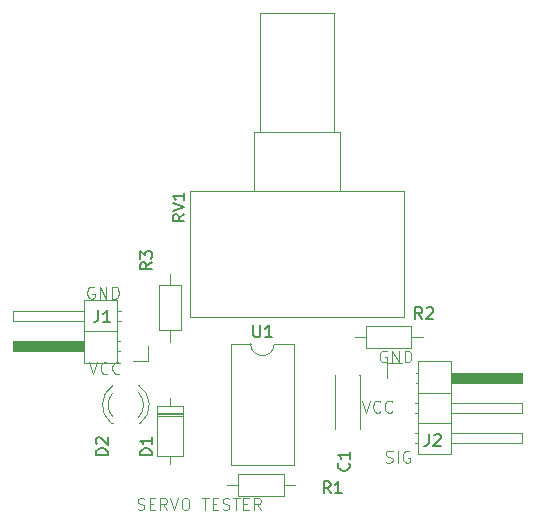
<source format=gbr>
%TF.GenerationSoftware,KiCad,Pcbnew,9.0.7*%
%TF.CreationDate,2026-01-30T20:24:23+05:30*%
%TF.ProjectId,Servo motor tester,53657276-6f20-46d6-9f74-6f7220746573,rev?*%
%TF.SameCoordinates,Original*%
%TF.FileFunction,Legend,Top*%
%TF.FilePolarity,Positive*%
%FSLAX46Y46*%
G04 Gerber Fmt 4.6, Leading zero omitted, Abs format (unit mm)*
G04 Created by KiCad (PCBNEW 9.0.7) date 2026-01-30 20:24:23*
%MOMM*%
%LPD*%
G01*
G04 APERTURE LIST*
%ADD10C,0.100000*%
%ADD11C,0.150000*%
%ADD12C,0.120000*%
G04 APERTURE END LIST*
D10*
X110312693Y-73275038D02*
X110217455Y-73227419D01*
X110217455Y-73227419D02*
X110074598Y-73227419D01*
X110074598Y-73227419D02*
X109931741Y-73275038D01*
X109931741Y-73275038D02*
X109836503Y-73370276D01*
X109836503Y-73370276D02*
X109788884Y-73465514D01*
X109788884Y-73465514D02*
X109741265Y-73655990D01*
X109741265Y-73655990D02*
X109741265Y-73798847D01*
X109741265Y-73798847D02*
X109788884Y-73989323D01*
X109788884Y-73989323D02*
X109836503Y-74084561D01*
X109836503Y-74084561D02*
X109931741Y-74179800D01*
X109931741Y-74179800D02*
X110074598Y-74227419D01*
X110074598Y-74227419D02*
X110169836Y-74227419D01*
X110169836Y-74227419D02*
X110312693Y-74179800D01*
X110312693Y-74179800D02*
X110360312Y-74132180D01*
X110360312Y-74132180D02*
X110360312Y-73798847D01*
X110360312Y-73798847D02*
X110169836Y-73798847D01*
X110788884Y-74227419D02*
X110788884Y-73227419D01*
X110788884Y-73227419D02*
X111360312Y-74227419D01*
X111360312Y-74227419D02*
X111360312Y-73227419D01*
X111836503Y-74227419D02*
X111836503Y-73227419D01*
X111836503Y-73227419D02*
X112074598Y-73227419D01*
X112074598Y-73227419D02*
X112217455Y-73275038D01*
X112217455Y-73275038D02*
X112312693Y-73370276D01*
X112312693Y-73370276D02*
X112360312Y-73465514D01*
X112360312Y-73465514D02*
X112407931Y-73655990D01*
X112407931Y-73655990D02*
X112407931Y-73798847D01*
X112407931Y-73798847D02*
X112360312Y-73989323D01*
X112360312Y-73989323D02*
X112312693Y-74084561D01*
X112312693Y-74084561D02*
X112217455Y-74179800D01*
X112217455Y-74179800D02*
X112074598Y-74227419D01*
X112074598Y-74227419D02*
X111836503Y-74227419D01*
X109911027Y-79622419D02*
X110244360Y-80622419D01*
X110244360Y-80622419D02*
X110577693Y-79622419D01*
X111482455Y-80527180D02*
X111434836Y-80574800D01*
X111434836Y-80574800D02*
X111291979Y-80622419D01*
X111291979Y-80622419D02*
X111196741Y-80622419D01*
X111196741Y-80622419D02*
X111053884Y-80574800D01*
X111053884Y-80574800D02*
X110958646Y-80479561D01*
X110958646Y-80479561D02*
X110911027Y-80384323D01*
X110911027Y-80384323D02*
X110863408Y-80193847D01*
X110863408Y-80193847D02*
X110863408Y-80050990D01*
X110863408Y-80050990D02*
X110911027Y-79860514D01*
X110911027Y-79860514D02*
X110958646Y-79765276D01*
X110958646Y-79765276D02*
X111053884Y-79670038D01*
X111053884Y-79670038D02*
X111196741Y-79622419D01*
X111196741Y-79622419D02*
X111291979Y-79622419D01*
X111291979Y-79622419D02*
X111434836Y-79670038D01*
X111434836Y-79670038D02*
X111482455Y-79717657D01*
X112482455Y-80527180D02*
X112434836Y-80574800D01*
X112434836Y-80574800D02*
X112291979Y-80622419D01*
X112291979Y-80622419D02*
X112196741Y-80622419D01*
X112196741Y-80622419D02*
X112053884Y-80574800D01*
X112053884Y-80574800D02*
X111958646Y-80479561D01*
X111958646Y-80479561D02*
X111911027Y-80384323D01*
X111911027Y-80384323D02*
X111863408Y-80193847D01*
X111863408Y-80193847D02*
X111863408Y-80050990D01*
X111863408Y-80050990D02*
X111911027Y-79860514D01*
X111911027Y-79860514D02*
X111958646Y-79765276D01*
X111958646Y-79765276D02*
X112053884Y-79670038D01*
X112053884Y-79670038D02*
X112196741Y-79622419D01*
X112196741Y-79622419D02*
X112291979Y-79622419D01*
X112291979Y-79622419D02*
X112434836Y-79670038D01*
X112434836Y-79670038D02*
X112482455Y-79717657D01*
X135077693Y-78670038D02*
X134982455Y-78622419D01*
X134982455Y-78622419D02*
X134839598Y-78622419D01*
X134839598Y-78622419D02*
X134696741Y-78670038D01*
X134696741Y-78670038D02*
X134601503Y-78765276D01*
X134601503Y-78765276D02*
X134553884Y-78860514D01*
X134553884Y-78860514D02*
X134506265Y-79050990D01*
X134506265Y-79050990D02*
X134506265Y-79193847D01*
X134506265Y-79193847D02*
X134553884Y-79384323D01*
X134553884Y-79384323D02*
X134601503Y-79479561D01*
X134601503Y-79479561D02*
X134696741Y-79574800D01*
X134696741Y-79574800D02*
X134839598Y-79622419D01*
X134839598Y-79622419D02*
X134934836Y-79622419D01*
X134934836Y-79622419D02*
X135077693Y-79574800D01*
X135077693Y-79574800D02*
X135125312Y-79527180D01*
X135125312Y-79527180D02*
X135125312Y-79193847D01*
X135125312Y-79193847D02*
X134934836Y-79193847D01*
X135553884Y-79622419D02*
X135553884Y-78622419D01*
X135553884Y-78622419D02*
X136125312Y-79622419D01*
X136125312Y-79622419D02*
X136125312Y-78622419D01*
X136601503Y-79622419D02*
X136601503Y-78622419D01*
X136601503Y-78622419D02*
X136839598Y-78622419D01*
X136839598Y-78622419D02*
X136982455Y-78670038D01*
X136982455Y-78670038D02*
X137077693Y-78765276D01*
X137077693Y-78765276D02*
X137125312Y-78860514D01*
X137125312Y-78860514D02*
X137172931Y-79050990D01*
X137172931Y-79050990D02*
X137172931Y-79193847D01*
X137172931Y-79193847D02*
X137125312Y-79384323D01*
X137125312Y-79384323D02*
X137077693Y-79479561D01*
X137077693Y-79479561D02*
X136982455Y-79574800D01*
X136982455Y-79574800D02*
X136839598Y-79622419D01*
X136839598Y-79622419D02*
X136601503Y-79622419D01*
X132981027Y-82872419D02*
X133314360Y-83872419D01*
X133314360Y-83872419D02*
X133647693Y-82872419D01*
X134552455Y-83777180D02*
X134504836Y-83824800D01*
X134504836Y-83824800D02*
X134361979Y-83872419D01*
X134361979Y-83872419D02*
X134266741Y-83872419D01*
X134266741Y-83872419D02*
X134123884Y-83824800D01*
X134123884Y-83824800D02*
X134028646Y-83729561D01*
X134028646Y-83729561D02*
X133981027Y-83634323D01*
X133981027Y-83634323D02*
X133933408Y-83443847D01*
X133933408Y-83443847D02*
X133933408Y-83300990D01*
X133933408Y-83300990D02*
X133981027Y-83110514D01*
X133981027Y-83110514D02*
X134028646Y-83015276D01*
X134028646Y-83015276D02*
X134123884Y-82920038D01*
X134123884Y-82920038D02*
X134266741Y-82872419D01*
X134266741Y-82872419D02*
X134361979Y-82872419D01*
X134361979Y-82872419D02*
X134504836Y-82920038D01*
X134504836Y-82920038D02*
X134552455Y-82967657D01*
X135552455Y-83777180D02*
X135504836Y-83824800D01*
X135504836Y-83824800D02*
X135361979Y-83872419D01*
X135361979Y-83872419D02*
X135266741Y-83872419D01*
X135266741Y-83872419D02*
X135123884Y-83824800D01*
X135123884Y-83824800D02*
X135028646Y-83729561D01*
X135028646Y-83729561D02*
X134981027Y-83634323D01*
X134981027Y-83634323D02*
X134933408Y-83443847D01*
X134933408Y-83443847D02*
X134933408Y-83300990D01*
X134933408Y-83300990D02*
X134981027Y-83110514D01*
X134981027Y-83110514D02*
X135028646Y-83015276D01*
X135028646Y-83015276D02*
X135123884Y-82920038D01*
X135123884Y-82920038D02*
X135266741Y-82872419D01*
X135266741Y-82872419D02*
X135361979Y-82872419D01*
X135361979Y-82872419D02*
X135504836Y-82920038D01*
X135504836Y-82920038D02*
X135552455Y-82967657D01*
X135006265Y-88074800D02*
X135149122Y-88122419D01*
X135149122Y-88122419D02*
X135387217Y-88122419D01*
X135387217Y-88122419D02*
X135482455Y-88074800D01*
X135482455Y-88074800D02*
X135530074Y-88027180D01*
X135530074Y-88027180D02*
X135577693Y-87931942D01*
X135577693Y-87931942D02*
X135577693Y-87836704D01*
X135577693Y-87836704D02*
X135530074Y-87741466D01*
X135530074Y-87741466D02*
X135482455Y-87693847D01*
X135482455Y-87693847D02*
X135387217Y-87646228D01*
X135387217Y-87646228D02*
X135196741Y-87598609D01*
X135196741Y-87598609D02*
X135101503Y-87550990D01*
X135101503Y-87550990D02*
X135053884Y-87503371D01*
X135053884Y-87503371D02*
X135006265Y-87408133D01*
X135006265Y-87408133D02*
X135006265Y-87312895D01*
X135006265Y-87312895D02*
X135053884Y-87217657D01*
X135053884Y-87217657D02*
X135101503Y-87170038D01*
X135101503Y-87170038D02*
X135196741Y-87122419D01*
X135196741Y-87122419D02*
X135434836Y-87122419D01*
X135434836Y-87122419D02*
X135577693Y-87170038D01*
X136006265Y-88122419D02*
X136006265Y-87122419D01*
X137006264Y-87170038D02*
X136911026Y-87122419D01*
X136911026Y-87122419D02*
X136768169Y-87122419D01*
X136768169Y-87122419D02*
X136625312Y-87170038D01*
X136625312Y-87170038D02*
X136530074Y-87265276D01*
X136530074Y-87265276D02*
X136482455Y-87360514D01*
X136482455Y-87360514D02*
X136434836Y-87550990D01*
X136434836Y-87550990D02*
X136434836Y-87693847D01*
X136434836Y-87693847D02*
X136482455Y-87884323D01*
X136482455Y-87884323D02*
X136530074Y-87979561D01*
X136530074Y-87979561D02*
X136625312Y-88074800D01*
X136625312Y-88074800D02*
X136768169Y-88122419D01*
X136768169Y-88122419D02*
X136863407Y-88122419D01*
X136863407Y-88122419D02*
X137006264Y-88074800D01*
X137006264Y-88074800D02*
X137053883Y-88027180D01*
X137053883Y-88027180D02*
X137053883Y-87693847D01*
X137053883Y-87693847D02*
X136863407Y-87693847D01*
X114006265Y-92074800D02*
X114149122Y-92122419D01*
X114149122Y-92122419D02*
X114387217Y-92122419D01*
X114387217Y-92122419D02*
X114482455Y-92074800D01*
X114482455Y-92074800D02*
X114530074Y-92027180D01*
X114530074Y-92027180D02*
X114577693Y-91931942D01*
X114577693Y-91931942D02*
X114577693Y-91836704D01*
X114577693Y-91836704D02*
X114530074Y-91741466D01*
X114530074Y-91741466D02*
X114482455Y-91693847D01*
X114482455Y-91693847D02*
X114387217Y-91646228D01*
X114387217Y-91646228D02*
X114196741Y-91598609D01*
X114196741Y-91598609D02*
X114101503Y-91550990D01*
X114101503Y-91550990D02*
X114053884Y-91503371D01*
X114053884Y-91503371D02*
X114006265Y-91408133D01*
X114006265Y-91408133D02*
X114006265Y-91312895D01*
X114006265Y-91312895D02*
X114053884Y-91217657D01*
X114053884Y-91217657D02*
X114101503Y-91170038D01*
X114101503Y-91170038D02*
X114196741Y-91122419D01*
X114196741Y-91122419D02*
X114434836Y-91122419D01*
X114434836Y-91122419D02*
X114577693Y-91170038D01*
X115006265Y-91598609D02*
X115339598Y-91598609D01*
X115482455Y-92122419D02*
X115006265Y-92122419D01*
X115006265Y-92122419D02*
X115006265Y-91122419D01*
X115006265Y-91122419D02*
X115482455Y-91122419D01*
X116482455Y-92122419D02*
X116149122Y-91646228D01*
X115911027Y-92122419D02*
X115911027Y-91122419D01*
X115911027Y-91122419D02*
X116291979Y-91122419D01*
X116291979Y-91122419D02*
X116387217Y-91170038D01*
X116387217Y-91170038D02*
X116434836Y-91217657D01*
X116434836Y-91217657D02*
X116482455Y-91312895D01*
X116482455Y-91312895D02*
X116482455Y-91455752D01*
X116482455Y-91455752D02*
X116434836Y-91550990D01*
X116434836Y-91550990D02*
X116387217Y-91598609D01*
X116387217Y-91598609D02*
X116291979Y-91646228D01*
X116291979Y-91646228D02*
X115911027Y-91646228D01*
X116768170Y-91122419D02*
X117101503Y-92122419D01*
X117101503Y-92122419D02*
X117434836Y-91122419D01*
X117958646Y-91122419D02*
X118149122Y-91122419D01*
X118149122Y-91122419D02*
X118244360Y-91170038D01*
X118244360Y-91170038D02*
X118339598Y-91265276D01*
X118339598Y-91265276D02*
X118387217Y-91455752D01*
X118387217Y-91455752D02*
X118387217Y-91789085D01*
X118387217Y-91789085D02*
X118339598Y-91979561D01*
X118339598Y-91979561D02*
X118244360Y-92074800D01*
X118244360Y-92074800D02*
X118149122Y-92122419D01*
X118149122Y-92122419D02*
X117958646Y-92122419D01*
X117958646Y-92122419D02*
X117863408Y-92074800D01*
X117863408Y-92074800D02*
X117768170Y-91979561D01*
X117768170Y-91979561D02*
X117720551Y-91789085D01*
X117720551Y-91789085D02*
X117720551Y-91455752D01*
X117720551Y-91455752D02*
X117768170Y-91265276D01*
X117768170Y-91265276D02*
X117863408Y-91170038D01*
X117863408Y-91170038D02*
X117958646Y-91122419D01*
X119434837Y-91122419D02*
X120006265Y-91122419D01*
X119720551Y-92122419D02*
X119720551Y-91122419D01*
X120339599Y-91598609D02*
X120672932Y-91598609D01*
X120815789Y-92122419D02*
X120339599Y-92122419D01*
X120339599Y-92122419D02*
X120339599Y-91122419D01*
X120339599Y-91122419D02*
X120815789Y-91122419D01*
X121196742Y-92074800D02*
X121339599Y-92122419D01*
X121339599Y-92122419D02*
X121577694Y-92122419D01*
X121577694Y-92122419D02*
X121672932Y-92074800D01*
X121672932Y-92074800D02*
X121720551Y-92027180D01*
X121720551Y-92027180D02*
X121768170Y-91931942D01*
X121768170Y-91931942D02*
X121768170Y-91836704D01*
X121768170Y-91836704D02*
X121720551Y-91741466D01*
X121720551Y-91741466D02*
X121672932Y-91693847D01*
X121672932Y-91693847D02*
X121577694Y-91646228D01*
X121577694Y-91646228D02*
X121387218Y-91598609D01*
X121387218Y-91598609D02*
X121291980Y-91550990D01*
X121291980Y-91550990D02*
X121244361Y-91503371D01*
X121244361Y-91503371D02*
X121196742Y-91408133D01*
X121196742Y-91408133D02*
X121196742Y-91312895D01*
X121196742Y-91312895D02*
X121244361Y-91217657D01*
X121244361Y-91217657D02*
X121291980Y-91170038D01*
X121291980Y-91170038D02*
X121387218Y-91122419D01*
X121387218Y-91122419D02*
X121625313Y-91122419D01*
X121625313Y-91122419D02*
X121768170Y-91170038D01*
X122053885Y-91122419D02*
X122625313Y-91122419D01*
X122339599Y-92122419D02*
X122339599Y-91122419D01*
X122958647Y-91598609D02*
X123291980Y-91598609D01*
X123434837Y-92122419D02*
X122958647Y-92122419D01*
X122958647Y-92122419D02*
X122958647Y-91122419D01*
X122958647Y-91122419D02*
X123434837Y-91122419D01*
X124434837Y-92122419D02*
X124101504Y-91646228D01*
X123863409Y-92122419D02*
X123863409Y-91122419D01*
X123863409Y-91122419D02*
X124244361Y-91122419D01*
X124244361Y-91122419D02*
X124339599Y-91170038D01*
X124339599Y-91170038D02*
X124387218Y-91217657D01*
X124387218Y-91217657D02*
X124434837Y-91312895D01*
X124434837Y-91312895D02*
X124434837Y-91455752D01*
X124434837Y-91455752D02*
X124387218Y-91550990D01*
X124387218Y-91550990D02*
X124339599Y-91598609D01*
X124339599Y-91598609D02*
X124244361Y-91646228D01*
X124244361Y-91646228D02*
X123863409Y-91646228D01*
D11*
X117954819Y-67095238D02*
X117478628Y-67428571D01*
X117954819Y-67666666D02*
X116954819Y-67666666D01*
X116954819Y-67666666D02*
X116954819Y-67285714D01*
X116954819Y-67285714D02*
X117002438Y-67190476D01*
X117002438Y-67190476D02*
X117050057Y-67142857D01*
X117050057Y-67142857D02*
X117145295Y-67095238D01*
X117145295Y-67095238D02*
X117288152Y-67095238D01*
X117288152Y-67095238D02*
X117383390Y-67142857D01*
X117383390Y-67142857D02*
X117431009Y-67190476D01*
X117431009Y-67190476D02*
X117478628Y-67285714D01*
X117478628Y-67285714D02*
X117478628Y-67666666D01*
X116954819Y-66809523D02*
X117954819Y-66476190D01*
X117954819Y-66476190D02*
X116954819Y-66142857D01*
X117954819Y-65285714D02*
X117954819Y-65857142D01*
X117954819Y-65571428D02*
X116954819Y-65571428D01*
X116954819Y-65571428D02*
X117097676Y-65666666D01*
X117097676Y-65666666D02*
X117192914Y-65761904D01*
X117192914Y-65761904D02*
X117240533Y-65857142D01*
X123798095Y-76504819D02*
X123798095Y-77314342D01*
X123798095Y-77314342D02*
X123845714Y-77409580D01*
X123845714Y-77409580D02*
X123893333Y-77457200D01*
X123893333Y-77457200D02*
X123988571Y-77504819D01*
X123988571Y-77504819D02*
X124179047Y-77504819D01*
X124179047Y-77504819D02*
X124274285Y-77457200D01*
X124274285Y-77457200D02*
X124321904Y-77409580D01*
X124321904Y-77409580D02*
X124369523Y-77314342D01*
X124369523Y-77314342D02*
X124369523Y-76504819D01*
X125369523Y-77504819D02*
X124798095Y-77504819D01*
X125083809Y-77504819D02*
X125083809Y-76504819D01*
X125083809Y-76504819D02*
X124988571Y-76647676D01*
X124988571Y-76647676D02*
X124893333Y-76742914D01*
X124893333Y-76742914D02*
X124798095Y-76790533D01*
X115204819Y-71166666D02*
X114728628Y-71499999D01*
X115204819Y-71738094D02*
X114204819Y-71738094D01*
X114204819Y-71738094D02*
X114204819Y-71357142D01*
X114204819Y-71357142D02*
X114252438Y-71261904D01*
X114252438Y-71261904D02*
X114300057Y-71214285D01*
X114300057Y-71214285D02*
X114395295Y-71166666D01*
X114395295Y-71166666D02*
X114538152Y-71166666D01*
X114538152Y-71166666D02*
X114633390Y-71214285D01*
X114633390Y-71214285D02*
X114681009Y-71261904D01*
X114681009Y-71261904D02*
X114728628Y-71357142D01*
X114728628Y-71357142D02*
X114728628Y-71738094D01*
X114204819Y-70833332D02*
X114204819Y-70214285D01*
X114204819Y-70214285D02*
X114585771Y-70547618D01*
X114585771Y-70547618D02*
X114585771Y-70404761D01*
X114585771Y-70404761D02*
X114633390Y-70309523D01*
X114633390Y-70309523D02*
X114681009Y-70261904D01*
X114681009Y-70261904D02*
X114776247Y-70214285D01*
X114776247Y-70214285D02*
X115014342Y-70214285D01*
X115014342Y-70214285D02*
X115109580Y-70261904D01*
X115109580Y-70261904D02*
X115157200Y-70309523D01*
X115157200Y-70309523D02*
X115204819Y-70404761D01*
X115204819Y-70404761D02*
X115204819Y-70690475D01*
X115204819Y-70690475D02*
X115157200Y-70785713D01*
X115157200Y-70785713D02*
X115109580Y-70833332D01*
X138083333Y-75954819D02*
X137750000Y-75478628D01*
X137511905Y-75954819D02*
X137511905Y-74954819D01*
X137511905Y-74954819D02*
X137892857Y-74954819D01*
X137892857Y-74954819D02*
X137988095Y-75002438D01*
X137988095Y-75002438D02*
X138035714Y-75050057D01*
X138035714Y-75050057D02*
X138083333Y-75145295D01*
X138083333Y-75145295D02*
X138083333Y-75288152D01*
X138083333Y-75288152D02*
X138035714Y-75383390D01*
X138035714Y-75383390D02*
X137988095Y-75431009D01*
X137988095Y-75431009D02*
X137892857Y-75478628D01*
X137892857Y-75478628D02*
X137511905Y-75478628D01*
X138464286Y-75050057D02*
X138511905Y-75002438D01*
X138511905Y-75002438D02*
X138607143Y-74954819D01*
X138607143Y-74954819D02*
X138845238Y-74954819D01*
X138845238Y-74954819D02*
X138940476Y-75002438D01*
X138940476Y-75002438D02*
X138988095Y-75050057D01*
X138988095Y-75050057D02*
X139035714Y-75145295D01*
X139035714Y-75145295D02*
X139035714Y-75240533D01*
X139035714Y-75240533D02*
X138988095Y-75383390D01*
X138988095Y-75383390D02*
X138416667Y-75954819D01*
X138416667Y-75954819D02*
X139035714Y-75954819D01*
X130333333Y-90704819D02*
X130000000Y-90228628D01*
X129761905Y-90704819D02*
X129761905Y-89704819D01*
X129761905Y-89704819D02*
X130142857Y-89704819D01*
X130142857Y-89704819D02*
X130238095Y-89752438D01*
X130238095Y-89752438D02*
X130285714Y-89800057D01*
X130285714Y-89800057D02*
X130333333Y-89895295D01*
X130333333Y-89895295D02*
X130333333Y-90038152D01*
X130333333Y-90038152D02*
X130285714Y-90133390D01*
X130285714Y-90133390D02*
X130238095Y-90181009D01*
X130238095Y-90181009D02*
X130142857Y-90228628D01*
X130142857Y-90228628D02*
X129761905Y-90228628D01*
X131285714Y-90704819D02*
X130714286Y-90704819D01*
X131000000Y-90704819D02*
X131000000Y-89704819D01*
X131000000Y-89704819D02*
X130904762Y-89847676D01*
X130904762Y-89847676D02*
X130809524Y-89942914D01*
X130809524Y-89942914D02*
X130714286Y-89990533D01*
X138666666Y-85704819D02*
X138666666Y-86419104D01*
X138666666Y-86419104D02*
X138619047Y-86561961D01*
X138619047Y-86561961D02*
X138523809Y-86657200D01*
X138523809Y-86657200D02*
X138380952Y-86704819D01*
X138380952Y-86704819D02*
X138285714Y-86704819D01*
X139095238Y-85800057D02*
X139142857Y-85752438D01*
X139142857Y-85752438D02*
X139238095Y-85704819D01*
X139238095Y-85704819D02*
X139476190Y-85704819D01*
X139476190Y-85704819D02*
X139571428Y-85752438D01*
X139571428Y-85752438D02*
X139619047Y-85800057D01*
X139619047Y-85800057D02*
X139666666Y-85895295D01*
X139666666Y-85895295D02*
X139666666Y-85990533D01*
X139666666Y-85990533D02*
X139619047Y-86133390D01*
X139619047Y-86133390D02*
X139047619Y-86704819D01*
X139047619Y-86704819D02*
X139666666Y-86704819D01*
X110666666Y-75204819D02*
X110666666Y-75919104D01*
X110666666Y-75919104D02*
X110619047Y-76061961D01*
X110619047Y-76061961D02*
X110523809Y-76157200D01*
X110523809Y-76157200D02*
X110380952Y-76204819D01*
X110380952Y-76204819D02*
X110285714Y-76204819D01*
X111666666Y-76204819D02*
X111095238Y-76204819D01*
X111380952Y-76204819D02*
X111380952Y-75204819D01*
X111380952Y-75204819D02*
X111285714Y-75347676D01*
X111285714Y-75347676D02*
X111190476Y-75442914D01*
X111190476Y-75442914D02*
X111095238Y-75490533D01*
X111454819Y-87488094D02*
X110454819Y-87488094D01*
X110454819Y-87488094D02*
X110454819Y-87249999D01*
X110454819Y-87249999D02*
X110502438Y-87107142D01*
X110502438Y-87107142D02*
X110597676Y-87011904D01*
X110597676Y-87011904D02*
X110692914Y-86964285D01*
X110692914Y-86964285D02*
X110883390Y-86916666D01*
X110883390Y-86916666D02*
X111026247Y-86916666D01*
X111026247Y-86916666D02*
X111216723Y-86964285D01*
X111216723Y-86964285D02*
X111311961Y-87011904D01*
X111311961Y-87011904D02*
X111407200Y-87107142D01*
X111407200Y-87107142D02*
X111454819Y-87249999D01*
X111454819Y-87249999D02*
X111454819Y-87488094D01*
X110550057Y-86535713D02*
X110502438Y-86488094D01*
X110502438Y-86488094D02*
X110454819Y-86392856D01*
X110454819Y-86392856D02*
X110454819Y-86154761D01*
X110454819Y-86154761D02*
X110502438Y-86059523D01*
X110502438Y-86059523D02*
X110550057Y-86011904D01*
X110550057Y-86011904D02*
X110645295Y-85964285D01*
X110645295Y-85964285D02*
X110740533Y-85964285D01*
X110740533Y-85964285D02*
X110883390Y-86011904D01*
X110883390Y-86011904D02*
X111454819Y-86583332D01*
X111454819Y-86583332D02*
X111454819Y-85964285D01*
X115204819Y-87488094D02*
X114204819Y-87488094D01*
X114204819Y-87488094D02*
X114204819Y-87249999D01*
X114204819Y-87249999D02*
X114252438Y-87107142D01*
X114252438Y-87107142D02*
X114347676Y-87011904D01*
X114347676Y-87011904D02*
X114442914Y-86964285D01*
X114442914Y-86964285D02*
X114633390Y-86916666D01*
X114633390Y-86916666D02*
X114776247Y-86916666D01*
X114776247Y-86916666D02*
X114966723Y-86964285D01*
X114966723Y-86964285D02*
X115061961Y-87011904D01*
X115061961Y-87011904D02*
X115157200Y-87107142D01*
X115157200Y-87107142D02*
X115204819Y-87249999D01*
X115204819Y-87249999D02*
X115204819Y-87488094D01*
X115204819Y-85964285D02*
X115204819Y-86535713D01*
X115204819Y-86249999D02*
X114204819Y-86249999D01*
X114204819Y-86249999D02*
X114347676Y-86345237D01*
X114347676Y-86345237D02*
X114442914Y-86440475D01*
X114442914Y-86440475D02*
X114490533Y-86535713D01*
X131859580Y-88166666D02*
X131907200Y-88214285D01*
X131907200Y-88214285D02*
X131954819Y-88357142D01*
X131954819Y-88357142D02*
X131954819Y-88452380D01*
X131954819Y-88452380D02*
X131907200Y-88595237D01*
X131907200Y-88595237D02*
X131811961Y-88690475D01*
X131811961Y-88690475D02*
X131716723Y-88738094D01*
X131716723Y-88738094D02*
X131526247Y-88785713D01*
X131526247Y-88785713D02*
X131383390Y-88785713D01*
X131383390Y-88785713D02*
X131192914Y-88738094D01*
X131192914Y-88738094D02*
X131097676Y-88690475D01*
X131097676Y-88690475D02*
X131002438Y-88595237D01*
X131002438Y-88595237D02*
X130954819Y-88452380D01*
X130954819Y-88452380D02*
X130954819Y-88357142D01*
X130954819Y-88357142D02*
X131002438Y-88214285D01*
X131002438Y-88214285D02*
X131050057Y-88166666D01*
X131954819Y-87214285D02*
X131954819Y-87785713D01*
X131954819Y-87499999D02*
X130954819Y-87499999D01*
X130954819Y-87499999D02*
X131097676Y-87595237D01*
X131097676Y-87595237D02*
X131192914Y-87690475D01*
X131192914Y-87690475D02*
X131240533Y-87785713D01*
D12*
%TO.C,RV1*%
X118430000Y-75820000D02*
X136570000Y-75820000D01*
X118430000Y-75820000D02*
X118430000Y-65080000D01*
X136570000Y-75820000D02*
X136570000Y-65080000D01*
X118430000Y-65080000D02*
X136570000Y-65080000D01*
X123880000Y-65080000D02*
X123880000Y-60080000D01*
X131120000Y-65080000D02*
X131120000Y-60080000D01*
X123880000Y-60080000D02*
X131120000Y-60080000D01*
X124380000Y-60080000D02*
X124380000Y-50080000D01*
X130620000Y-60080000D02*
X130620000Y-50080000D01*
X124380000Y-50080000D02*
X130620000Y-50080000D01*
%TO.C,U1*%
X121910000Y-78050000D02*
X121910000Y-88330000D01*
X121910000Y-88330000D02*
X127210000Y-88330000D01*
X123560000Y-78050000D02*
X121910000Y-78050000D01*
X127210000Y-78050000D02*
X125560000Y-78050000D01*
X127210000Y-88330000D02*
X127210000Y-78050000D01*
X125560000Y-78050000D02*
G75*
G02*
X123560000Y-78050000I-1000000J0D01*
G01*
%TO.C,R3*%
X117670000Y-73080000D02*
X115830000Y-73080000D01*
X115830000Y-76920000D01*
X117670000Y-76920000D01*
X117670000Y-73080000D01*
X116750000Y-77870000D02*
X116750000Y-76920000D01*
X116750000Y-72130000D02*
X116750000Y-73080000D01*
%TO.C,R2*%
X132380000Y-77500000D02*
X133330000Y-77500000D01*
X138120000Y-77500000D02*
X137170000Y-77500000D01*
X133330000Y-76580000D02*
X137170000Y-76580000D01*
X137170000Y-78420000D01*
X133330000Y-78420000D01*
X133330000Y-76580000D01*
%TO.C,R1*%
X121570000Y-90000000D02*
X122520000Y-90000000D01*
X127310000Y-90000000D02*
X126360000Y-90000000D01*
X122520000Y-89080000D02*
X126360000Y-89080000D01*
X126360000Y-90920000D01*
X122520000Y-90920000D01*
X122520000Y-89080000D01*
%TO.C,J2*%
X135095000Y-79650000D02*
X136365000Y-79650000D01*
X135095000Y-80920000D02*
X135095000Y-79650000D01*
X137442358Y-83030000D02*
X137755000Y-83030000D01*
X137442358Y-83890000D02*
X137755000Y-83890000D01*
X137442358Y-85570000D02*
X137755000Y-85570000D01*
X137442358Y-86430000D02*
X137755000Y-86430000D01*
X137525000Y-80490000D02*
X137755000Y-80490000D01*
X137525000Y-81350000D02*
X137755000Y-81350000D01*
X137755000Y-82190000D02*
X140515000Y-82190000D01*
X137755000Y-84730000D02*
X140515000Y-84730000D01*
X140515000Y-83030000D02*
X146515000Y-83030000D01*
X140515000Y-85570000D02*
X146515000Y-85570000D01*
X146515000Y-83030000D02*
X146515000Y-83890000D01*
X146515000Y-83890000D02*
X140515000Y-83890000D01*
X146515000Y-85570000D02*
X146515000Y-86430000D01*
X146515000Y-86430000D02*
X140515000Y-86430000D01*
X137755000Y-79540000D02*
X140515000Y-79540000D01*
X140515000Y-87380000D01*
X137755000Y-87380000D01*
X137755000Y-79540000D01*
X140515000Y-80490000D02*
X146515000Y-80490000D01*
X146515000Y-81350000D01*
X140515000Y-81350000D01*
X140515000Y-80490000D01*
G36*
X140515000Y-80490000D02*
G01*
X146515000Y-80490000D01*
X146515000Y-81350000D01*
X140515000Y-81350000D01*
X140515000Y-80490000D01*
G37*
%TO.C,J1*%
X114905000Y-79545000D02*
X113635000Y-79545000D01*
X114905000Y-78275000D02*
X114905000Y-79545000D01*
X112557642Y-76165000D02*
X112245000Y-76165000D01*
X112557642Y-75305000D02*
X112245000Y-75305000D01*
X112475000Y-78705000D02*
X112245000Y-78705000D01*
X112475000Y-77845000D02*
X112245000Y-77845000D01*
X112245000Y-77005000D02*
X109485000Y-77005000D01*
X109485000Y-76165000D02*
X103485000Y-76165000D01*
X103485000Y-76165000D02*
X103485000Y-75305000D01*
X103485000Y-75305000D02*
X109485000Y-75305000D01*
X112245000Y-79655000D02*
X109485000Y-79655000D01*
X109485000Y-74355000D01*
X112245000Y-74355000D01*
X112245000Y-79655000D01*
X109485000Y-78705000D02*
X103485000Y-78705000D01*
X103485000Y-77845000D01*
X109485000Y-77845000D01*
X109485000Y-78705000D01*
G36*
X109485000Y-78705000D02*
G01*
X103485000Y-78705000D01*
X103485000Y-77845000D01*
X109485000Y-77845000D01*
X109485000Y-78705000D01*
G37*
%TO.C,D2*%
X111764000Y-84790000D02*
X111920000Y-84790000D01*
X114080000Y-84790000D02*
X114236000Y-84790000D01*
X111764484Y-84790000D02*
G75*
G02*
X111920000Y-81558563I1235516J1560000D01*
G01*
X111920000Y-84270961D02*
G75*
G02*
X111920000Y-82189039I1080000J1040961D01*
G01*
X114080000Y-82189039D02*
G75*
G02*
X114080000Y-84270961I-1080000J-1040961D01*
G01*
X114080000Y-81558563D02*
G75*
G02*
X114235516Y-84790000I-1080000J-1671437D01*
G01*
%TO.C,D1*%
X116750000Y-82670000D02*
X116750000Y-83320000D01*
X117870000Y-83920000D02*
X115630000Y-83920000D01*
X117870000Y-84040000D02*
X115630000Y-84040000D01*
X117870000Y-84160000D02*
X115630000Y-84160000D01*
X116750000Y-88210000D02*
X116750000Y-87560000D01*
X117870000Y-83320000D02*
X115630000Y-83320000D01*
X115630000Y-87560000D01*
X117870000Y-87560000D01*
X117870000Y-83320000D01*
%TO.C,C1*%
X130680000Y-85270000D02*
X130680000Y-80730000D01*
X130736000Y-85270000D02*
X130680000Y-85270000D01*
X132764000Y-80730000D02*
X132820000Y-80730000D01*
X132820000Y-80730000D02*
X132820000Y-85270000D01*
%TD*%
M02*

</source>
